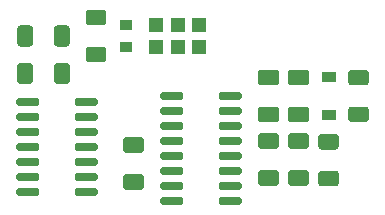
<source format=gbr>
%TF.GenerationSoftware,KiCad,Pcbnew,(5.1.9)-1*%
%TF.CreationDate,2021-11-14T21:39:45-06:00*%
%TF.ProjectId,BLDC_Cont,424c4443-5f43-46f6-9e74-2e6b69636164,rev?*%
%TF.SameCoordinates,Original*%
%TF.FileFunction,Paste,Top*%
%TF.FilePolarity,Positive*%
%FSLAX46Y46*%
G04 Gerber Fmt 4.6, Leading zero omitted, Abs format (unit mm)*
G04 Created by KiCad (PCBNEW (5.1.9)-1) date 2021-11-14 21:39:45*
%MOMM*%
%LPD*%
G01*
G04 APERTURE LIST*
%ADD10R,1.000000X0.950000*%
%ADD11R,1.200000X1.300000*%
%ADD12R,1.200000X0.900000*%
G04 APERTURE END LIST*
D10*
%TO.C,D3*%
X163855000Y-108920000D03*
X163855000Y-106980000D03*
D11*
X166405000Y-108850000D03*
X168205000Y-108850000D03*
X166405000Y-107050000D03*
X168205000Y-107050000D03*
X170005000Y-108850000D03*
X170005000Y-107050000D03*
%TD*%
%TO.C,C1*%
G36*
G01*
X163814997Y-116520000D02*
X165115003Y-116520000D01*
G75*
G02*
X165365000Y-116769997I0J-249997D01*
G01*
X165365000Y-117595003D01*
G75*
G02*
X165115003Y-117845000I-249997J0D01*
G01*
X163814997Y-117845000D01*
G75*
G02*
X163565000Y-117595003I0J249997D01*
G01*
X163565000Y-116769997D01*
G75*
G02*
X163814997Y-116520000I249997J0D01*
G01*
G37*
G36*
G01*
X163814997Y-119645000D02*
X165115003Y-119645000D01*
G75*
G02*
X165365000Y-119894997I0J-249997D01*
G01*
X165365000Y-120720003D01*
G75*
G02*
X165115003Y-120970000I-249997J0D01*
G01*
X163814997Y-120970000D01*
G75*
G02*
X163565000Y-120720003I0J249997D01*
G01*
X163565000Y-119894997D01*
G75*
G02*
X163814997Y-119645000I249997J0D01*
G01*
G37*
%TD*%
%TO.C,C2*%
G36*
G01*
X175244997Y-119302500D02*
X176545003Y-119302500D01*
G75*
G02*
X176795000Y-119552497I0J-249997D01*
G01*
X176795000Y-120377503D01*
G75*
G02*
X176545003Y-120627500I-249997J0D01*
G01*
X175244997Y-120627500D01*
G75*
G02*
X174995000Y-120377503I0J249997D01*
G01*
X174995000Y-119552497D01*
G75*
G02*
X175244997Y-119302500I249997J0D01*
G01*
G37*
G36*
G01*
X175244997Y-116177500D02*
X176545003Y-116177500D01*
G75*
G02*
X176795000Y-116427497I0J-249997D01*
G01*
X176795000Y-117252503D01*
G75*
G02*
X176545003Y-117502500I-249997J0D01*
G01*
X175244997Y-117502500D01*
G75*
G02*
X174995000Y-117252503I0J249997D01*
G01*
X174995000Y-116427497D01*
G75*
G02*
X175244997Y-116177500I249997J0D01*
G01*
G37*
%TD*%
%TO.C,C3*%
G36*
G01*
X177784997Y-116177500D02*
X179085003Y-116177500D01*
G75*
G02*
X179335000Y-116427497I0J-249997D01*
G01*
X179335000Y-117252503D01*
G75*
G02*
X179085003Y-117502500I-249997J0D01*
G01*
X177784997Y-117502500D01*
G75*
G02*
X177535000Y-117252503I0J249997D01*
G01*
X177535000Y-116427497D01*
G75*
G02*
X177784997Y-116177500I249997J0D01*
G01*
G37*
G36*
G01*
X177784997Y-119302500D02*
X179085003Y-119302500D01*
G75*
G02*
X179335000Y-119552497I0J-249997D01*
G01*
X179335000Y-120377503D01*
G75*
G02*
X179085003Y-120627500I-249997J0D01*
G01*
X177784997Y-120627500D01*
G75*
G02*
X177535000Y-120377503I0J249997D01*
G01*
X177535000Y-119552497D01*
G75*
G02*
X177784997Y-119302500I249997J0D01*
G01*
G37*
%TD*%
%TO.C,C4*%
G36*
G01*
X175244997Y-113930000D02*
X176545003Y-113930000D01*
G75*
G02*
X176795000Y-114179997I0J-249997D01*
G01*
X176795000Y-115005003D01*
G75*
G02*
X176545003Y-115255000I-249997J0D01*
G01*
X175244997Y-115255000D01*
G75*
G02*
X174995000Y-115005003I0J249997D01*
G01*
X174995000Y-114179997D01*
G75*
G02*
X175244997Y-113930000I249997J0D01*
G01*
G37*
G36*
G01*
X175244997Y-110805000D02*
X176545003Y-110805000D01*
G75*
G02*
X176795000Y-111054997I0J-249997D01*
G01*
X176795000Y-111880003D01*
G75*
G02*
X176545003Y-112130000I-249997J0D01*
G01*
X175244997Y-112130000D01*
G75*
G02*
X174995000Y-111880003I0J249997D01*
G01*
X174995000Y-111054997D01*
G75*
G02*
X175244997Y-110805000I249997J0D01*
G01*
G37*
%TD*%
%TO.C,C5*%
G36*
G01*
X177784997Y-110805000D02*
X179085003Y-110805000D01*
G75*
G02*
X179335000Y-111054997I0J-249997D01*
G01*
X179335000Y-111880003D01*
G75*
G02*
X179085003Y-112130000I-249997J0D01*
G01*
X177784997Y-112130000D01*
G75*
G02*
X177535000Y-111880003I0J249997D01*
G01*
X177535000Y-111054997D01*
G75*
G02*
X177784997Y-110805000I249997J0D01*
G01*
G37*
G36*
G01*
X177784997Y-113930000D02*
X179085003Y-113930000D01*
G75*
G02*
X179335000Y-114179997I0J-249997D01*
G01*
X179335000Y-115005003D01*
G75*
G02*
X179085003Y-115255000I-249997J0D01*
G01*
X177784997Y-115255000D01*
G75*
G02*
X177535000Y-115005003I0J249997D01*
G01*
X177535000Y-114179997D01*
G75*
G02*
X177784997Y-113930000I249997J0D01*
G01*
G37*
%TD*%
D12*
%TO.C,D4*%
X180975000Y-111380000D03*
X180975000Y-114680000D03*
%TD*%
%TO.C,R3*%
G36*
G01*
X160664999Y-108850000D02*
X161915001Y-108850000D01*
G75*
G02*
X162165000Y-109099999I0J-249999D01*
G01*
X162165000Y-109900001D01*
G75*
G02*
X161915001Y-110150000I-249999J0D01*
G01*
X160664999Y-110150000D01*
G75*
G02*
X160415000Y-109900001I0J249999D01*
G01*
X160415000Y-109099999D01*
G75*
G02*
X160664999Y-108850000I249999J0D01*
G01*
G37*
G36*
G01*
X160664999Y-105750000D02*
X161915001Y-105750000D01*
G75*
G02*
X162165000Y-105999999I0J-249999D01*
G01*
X162165000Y-106800001D01*
G75*
G02*
X161915001Y-107050000I-249999J0D01*
G01*
X160664999Y-107050000D01*
G75*
G02*
X160415000Y-106800001I0J249999D01*
G01*
X160415000Y-105999999D01*
G75*
G02*
X160664999Y-105750000I249999J0D01*
G01*
G37*
%TD*%
%TO.C,R4*%
G36*
G01*
X182889999Y-110830000D02*
X184140001Y-110830000D01*
G75*
G02*
X184390000Y-111079999I0J-249999D01*
G01*
X184390000Y-111880001D01*
G75*
G02*
X184140001Y-112130000I-249999J0D01*
G01*
X182889999Y-112130000D01*
G75*
G02*
X182640000Y-111880001I0J249999D01*
G01*
X182640000Y-111079999D01*
G75*
G02*
X182889999Y-110830000I249999J0D01*
G01*
G37*
G36*
G01*
X182889999Y-113930000D02*
X184140001Y-113930000D01*
G75*
G02*
X184390000Y-114179999I0J-249999D01*
G01*
X184390000Y-114980001D01*
G75*
G02*
X184140001Y-115230000I-249999J0D01*
G01*
X182889999Y-115230000D01*
G75*
G02*
X182640000Y-114980001I0J249999D01*
G01*
X182640000Y-114179999D01*
G75*
G02*
X182889999Y-113930000I249999J0D01*
G01*
G37*
%TD*%
%TO.C,R5*%
G36*
G01*
X180349999Y-116265000D02*
X181600001Y-116265000D01*
G75*
G02*
X181850000Y-116514999I0J-249999D01*
G01*
X181850000Y-117315001D01*
G75*
G02*
X181600001Y-117565000I-249999J0D01*
G01*
X180349999Y-117565000D01*
G75*
G02*
X180100000Y-117315001I0J249999D01*
G01*
X180100000Y-116514999D01*
G75*
G02*
X180349999Y-116265000I249999J0D01*
G01*
G37*
G36*
G01*
X180349999Y-119365000D02*
X181600001Y-119365000D01*
G75*
G02*
X181850000Y-119614999I0J-249999D01*
G01*
X181850000Y-120415001D01*
G75*
G02*
X181600001Y-120665000I-249999J0D01*
G01*
X180349999Y-120665000D01*
G75*
G02*
X180100000Y-120415001I0J249999D01*
G01*
X180100000Y-119614999D01*
G75*
G02*
X180349999Y-119365000I249999J0D01*
G01*
G37*
%TD*%
%TO.C,U1*%
G36*
G01*
X166730000Y-113180000D02*
X166730000Y-112880000D01*
G75*
G02*
X166880000Y-112730000I150000J0D01*
G01*
X168530000Y-112730000D01*
G75*
G02*
X168680000Y-112880000I0J-150000D01*
G01*
X168680000Y-113180000D01*
G75*
G02*
X168530000Y-113330000I-150000J0D01*
G01*
X166880000Y-113330000D01*
G75*
G02*
X166730000Y-113180000I0J150000D01*
G01*
G37*
G36*
G01*
X166730000Y-114450000D02*
X166730000Y-114150000D01*
G75*
G02*
X166880000Y-114000000I150000J0D01*
G01*
X168530000Y-114000000D01*
G75*
G02*
X168680000Y-114150000I0J-150000D01*
G01*
X168680000Y-114450000D01*
G75*
G02*
X168530000Y-114600000I-150000J0D01*
G01*
X166880000Y-114600000D01*
G75*
G02*
X166730000Y-114450000I0J150000D01*
G01*
G37*
G36*
G01*
X166730000Y-115720000D02*
X166730000Y-115420000D01*
G75*
G02*
X166880000Y-115270000I150000J0D01*
G01*
X168530000Y-115270000D01*
G75*
G02*
X168680000Y-115420000I0J-150000D01*
G01*
X168680000Y-115720000D01*
G75*
G02*
X168530000Y-115870000I-150000J0D01*
G01*
X166880000Y-115870000D01*
G75*
G02*
X166730000Y-115720000I0J150000D01*
G01*
G37*
G36*
G01*
X166730000Y-116990000D02*
X166730000Y-116690000D01*
G75*
G02*
X166880000Y-116540000I150000J0D01*
G01*
X168530000Y-116540000D01*
G75*
G02*
X168680000Y-116690000I0J-150000D01*
G01*
X168680000Y-116990000D01*
G75*
G02*
X168530000Y-117140000I-150000J0D01*
G01*
X166880000Y-117140000D01*
G75*
G02*
X166730000Y-116990000I0J150000D01*
G01*
G37*
G36*
G01*
X166730000Y-118260000D02*
X166730000Y-117960000D01*
G75*
G02*
X166880000Y-117810000I150000J0D01*
G01*
X168530000Y-117810000D01*
G75*
G02*
X168680000Y-117960000I0J-150000D01*
G01*
X168680000Y-118260000D01*
G75*
G02*
X168530000Y-118410000I-150000J0D01*
G01*
X166880000Y-118410000D01*
G75*
G02*
X166730000Y-118260000I0J150000D01*
G01*
G37*
G36*
G01*
X166730000Y-119530000D02*
X166730000Y-119230000D01*
G75*
G02*
X166880000Y-119080000I150000J0D01*
G01*
X168530000Y-119080000D01*
G75*
G02*
X168680000Y-119230000I0J-150000D01*
G01*
X168680000Y-119530000D01*
G75*
G02*
X168530000Y-119680000I-150000J0D01*
G01*
X166880000Y-119680000D01*
G75*
G02*
X166730000Y-119530000I0J150000D01*
G01*
G37*
G36*
G01*
X166730000Y-120800000D02*
X166730000Y-120500000D01*
G75*
G02*
X166880000Y-120350000I150000J0D01*
G01*
X168530000Y-120350000D01*
G75*
G02*
X168680000Y-120500000I0J-150000D01*
G01*
X168680000Y-120800000D01*
G75*
G02*
X168530000Y-120950000I-150000J0D01*
G01*
X166880000Y-120950000D01*
G75*
G02*
X166730000Y-120800000I0J150000D01*
G01*
G37*
G36*
G01*
X166730000Y-122070000D02*
X166730000Y-121770000D01*
G75*
G02*
X166880000Y-121620000I150000J0D01*
G01*
X168530000Y-121620000D01*
G75*
G02*
X168680000Y-121770000I0J-150000D01*
G01*
X168680000Y-122070000D01*
G75*
G02*
X168530000Y-122220000I-150000J0D01*
G01*
X166880000Y-122220000D01*
G75*
G02*
X166730000Y-122070000I0J150000D01*
G01*
G37*
G36*
G01*
X171680000Y-122070000D02*
X171680000Y-121770000D01*
G75*
G02*
X171830000Y-121620000I150000J0D01*
G01*
X173480000Y-121620000D01*
G75*
G02*
X173630000Y-121770000I0J-150000D01*
G01*
X173630000Y-122070000D01*
G75*
G02*
X173480000Y-122220000I-150000J0D01*
G01*
X171830000Y-122220000D01*
G75*
G02*
X171680000Y-122070000I0J150000D01*
G01*
G37*
G36*
G01*
X171680000Y-120800000D02*
X171680000Y-120500000D01*
G75*
G02*
X171830000Y-120350000I150000J0D01*
G01*
X173480000Y-120350000D01*
G75*
G02*
X173630000Y-120500000I0J-150000D01*
G01*
X173630000Y-120800000D01*
G75*
G02*
X173480000Y-120950000I-150000J0D01*
G01*
X171830000Y-120950000D01*
G75*
G02*
X171680000Y-120800000I0J150000D01*
G01*
G37*
G36*
G01*
X171680000Y-119530000D02*
X171680000Y-119230000D01*
G75*
G02*
X171830000Y-119080000I150000J0D01*
G01*
X173480000Y-119080000D01*
G75*
G02*
X173630000Y-119230000I0J-150000D01*
G01*
X173630000Y-119530000D01*
G75*
G02*
X173480000Y-119680000I-150000J0D01*
G01*
X171830000Y-119680000D01*
G75*
G02*
X171680000Y-119530000I0J150000D01*
G01*
G37*
G36*
G01*
X171680000Y-118260000D02*
X171680000Y-117960000D01*
G75*
G02*
X171830000Y-117810000I150000J0D01*
G01*
X173480000Y-117810000D01*
G75*
G02*
X173630000Y-117960000I0J-150000D01*
G01*
X173630000Y-118260000D01*
G75*
G02*
X173480000Y-118410000I-150000J0D01*
G01*
X171830000Y-118410000D01*
G75*
G02*
X171680000Y-118260000I0J150000D01*
G01*
G37*
G36*
G01*
X171680000Y-116990000D02*
X171680000Y-116690000D01*
G75*
G02*
X171830000Y-116540000I150000J0D01*
G01*
X173480000Y-116540000D01*
G75*
G02*
X173630000Y-116690000I0J-150000D01*
G01*
X173630000Y-116990000D01*
G75*
G02*
X173480000Y-117140000I-150000J0D01*
G01*
X171830000Y-117140000D01*
G75*
G02*
X171680000Y-116990000I0J150000D01*
G01*
G37*
G36*
G01*
X171680000Y-115720000D02*
X171680000Y-115420000D01*
G75*
G02*
X171830000Y-115270000I150000J0D01*
G01*
X173480000Y-115270000D01*
G75*
G02*
X173630000Y-115420000I0J-150000D01*
G01*
X173630000Y-115720000D01*
G75*
G02*
X173480000Y-115870000I-150000J0D01*
G01*
X171830000Y-115870000D01*
G75*
G02*
X171680000Y-115720000I0J150000D01*
G01*
G37*
G36*
G01*
X171680000Y-114450000D02*
X171680000Y-114150000D01*
G75*
G02*
X171830000Y-114000000I150000J0D01*
G01*
X173480000Y-114000000D01*
G75*
G02*
X173630000Y-114150000I0J-150000D01*
G01*
X173630000Y-114450000D01*
G75*
G02*
X173480000Y-114600000I-150000J0D01*
G01*
X171830000Y-114600000D01*
G75*
G02*
X171680000Y-114450000I0J150000D01*
G01*
G37*
G36*
G01*
X171680000Y-113180000D02*
X171680000Y-112880000D01*
G75*
G02*
X171830000Y-112730000I150000J0D01*
G01*
X173480000Y-112730000D01*
G75*
G02*
X173630000Y-112880000I0J-150000D01*
G01*
X173630000Y-113180000D01*
G75*
G02*
X173480000Y-113330000I-150000J0D01*
G01*
X171830000Y-113330000D01*
G75*
G02*
X171680000Y-113180000I0J150000D01*
G01*
G37*
%TD*%
%TO.C,C8*%
G36*
G01*
X155945000Y-107299999D02*
X155945000Y-108600001D01*
G75*
G02*
X155695001Y-108850000I-249999J0D01*
G01*
X154869999Y-108850000D01*
G75*
G02*
X154620000Y-108600001I0J249999D01*
G01*
X154620000Y-107299999D01*
G75*
G02*
X154869999Y-107050000I249999J0D01*
G01*
X155695001Y-107050000D01*
G75*
G02*
X155945000Y-107299999I0J-249999D01*
G01*
G37*
G36*
G01*
X159070000Y-107299999D02*
X159070000Y-108600001D01*
G75*
G02*
X158820001Y-108850000I-249999J0D01*
G01*
X157994999Y-108850000D01*
G75*
G02*
X157745000Y-108600001I0J249999D01*
G01*
X157745000Y-107299999D01*
G75*
G02*
X157994999Y-107050000I249999J0D01*
G01*
X158820001Y-107050000D01*
G75*
G02*
X159070000Y-107299999I0J-249999D01*
G01*
G37*
%TD*%
%TO.C,C9*%
G36*
G01*
X159070000Y-110474999D02*
X159070000Y-111775001D01*
G75*
G02*
X158820001Y-112025000I-249999J0D01*
G01*
X157994999Y-112025000D01*
G75*
G02*
X157745000Y-111775001I0J249999D01*
G01*
X157745000Y-110474999D01*
G75*
G02*
X157994999Y-110225000I249999J0D01*
G01*
X158820001Y-110225000D01*
G75*
G02*
X159070000Y-110474999I0J-249999D01*
G01*
G37*
G36*
G01*
X155945000Y-110474999D02*
X155945000Y-111775001D01*
G75*
G02*
X155695001Y-112025000I-249999J0D01*
G01*
X154869999Y-112025000D01*
G75*
G02*
X154620000Y-111775001I0J249999D01*
G01*
X154620000Y-110474999D01*
G75*
G02*
X154869999Y-110225000I249999J0D01*
G01*
X155695001Y-110225000D01*
G75*
G02*
X155945000Y-110474999I0J-249999D01*
G01*
G37*
%TD*%
%TO.C,U2*%
G36*
G01*
X154538000Y-113688000D02*
X154538000Y-113388000D01*
G75*
G02*
X154688000Y-113238000I150000J0D01*
G01*
X156338000Y-113238000D01*
G75*
G02*
X156488000Y-113388000I0J-150000D01*
G01*
X156488000Y-113688000D01*
G75*
G02*
X156338000Y-113838000I-150000J0D01*
G01*
X154688000Y-113838000D01*
G75*
G02*
X154538000Y-113688000I0J150000D01*
G01*
G37*
G36*
G01*
X154538000Y-114958000D02*
X154538000Y-114658000D01*
G75*
G02*
X154688000Y-114508000I150000J0D01*
G01*
X156338000Y-114508000D01*
G75*
G02*
X156488000Y-114658000I0J-150000D01*
G01*
X156488000Y-114958000D01*
G75*
G02*
X156338000Y-115108000I-150000J0D01*
G01*
X154688000Y-115108000D01*
G75*
G02*
X154538000Y-114958000I0J150000D01*
G01*
G37*
G36*
G01*
X154538000Y-116228000D02*
X154538000Y-115928000D01*
G75*
G02*
X154688000Y-115778000I150000J0D01*
G01*
X156338000Y-115778000D01*
G75*
G02*
X156488000Y-115928000I0J-150000D01*
G01*
X156488000Y-116228000D01*
G75*
G02*
X156338000Y-116378000I-150000J0D01*
G01*
X154688000Y-116378000D01*
G75*
G02*
X154538000Y-116228000I0J150000D01*
G01*
G37*
G36*
G01*
X154538000Y-117498000D02*
X154538000Y-117198000D01*
G75*
G02*
X154688000Y-117048000I150000J0D01*
G01*
X156338000Y-117048000D01*
G75*
G02*
X156488000Y-117198000I0J-150000D01*
G01*
X156488000Y-117498000D01*
G75*
G02*
X156338000Y-117648000I-150000J0D01*
G01*
X154688000Y-117648000D01*
G75*
G02*
X154538000Y-117498000I0J150000D01*
G01*
G37*
G36*
G01*
X154538000Y-118768000D02*
X154538000Y-118468000D01*
G75*
G02*
X154688000Y-118318000I150000J0D01*
G01*
X156338000Y-118318000D01*
G75*
G02*
X156488000Y-118468000I0J-150000D01*
G01*
X156488000Y-118768000D01*
G75*
G02*
X156338000Y-118918000I-150000J0D01*
G01*
X154688000Y-118918000D01*
G75*
G02*
X154538000Y-118768000I0J150000D01*
G01*
G37*
G36*
G01*
X154538000Y-120038000D02*
X154538000Y-119738000D01*
G75*
G02*
X154688000Y-119588000I150000J0D01*
G01*
X156338000Y-119588000D01*
G75*
G02*
X156488000Y-119738000I0J-150000D01*
G01*
X156488000Y-120038000D01*
G75*
G02*
X156338000Y-120188000I-150000J0D01*
G01*
X154688000Y-120188000D01*
G75*
G02*
X154538000Y-120038000I0J150000D01*
G01*
G37*
G36*
G01*
X154538000Y-121308000D02*
X154538000Y-121008000D01*
G75*
G02*
X154688000Y-120858000I150000J0D01*
G01*
X156338000Y-120858000D01*
G75*
G02*
X156488000Y-121008000I0J-150000D01*
G01*
X156488000Y-121308000D01*
G75*
G02*
X156338000Y-121458000I-150000J0D01*
G01*
X154688000Y-121458000D01*
G75*
G02*
X154538000Y-121308000I0J150000D01*
G01*
G37*
G36*
G01*
X159488000Y-121308000D02*
X159488000Y-121008000D01*
G75*
G02*
X159638000Y-120858000I150000J0D01*
G01*
X161288000Y-120858000D01*
G75*
G02*
X161438000Y-121008000I0J-150000D01*
G01*
X161438000Y-121308000D01*
G75*
G02*
X161288000Y-121458000I-150000J0D01*
G01*
X159638000Y-121458000D01*
G75*
G02*
X159488000Y-121308000I0J150000D01*
G01*
G37*
G36*
G01*
X159488000Y-120038000D02*
X159488000Y-119738000D01*
G75*
G02*
X159638000Y-119588000I150000J0D01*
G01*
X161288000Y-119588000D01*
G75*
G02*
X161438000Y-119738000I0J-150000D01*
G01*
X161438000Y-120038000D01*
G75*
G02*
X161288000Y-120188000I-150000J0D01*
G01*
X159638000Y-120188000D01*
G75*
G02*
X159488000Y-120038000I0J150000D01*
G01*
G37*
G36*
G01*
X159488000Y-118768000D02*
X159488000Y-118468000D01*
G75*
G02*
X159638000Y-118318000I150000J0D01*
G01*
X161288000Y-118318000D01*
G75*
G02*
X161438000Y-118468000I0J-150000D01*
G01*
X161438000Y-118768000D01*
G75*
G02*
X161288000Y-118918000I-150000J0D01*
G01*
X159638000Y-118918000D01*
G75*
G02*
X159488000Y-118768000I0J150000D01*
G01*
G37*
G36*
G01*
X159488000Y-117498000D02*
X159488000Y-117198000D01*
G75*
G02*
X159638000Y-117048000I150000J0D01*
G01*
X161288000Y-117048000D01*
G75*
G02*
X161438000Y-117198000I0J-150000D01*
G01*
X161438000Y-117498000D01*
G75*
G02*
X161288000Y-117648000I-150000J0D01*
G01*
X159638000Y-117648000D01*
G75*
G02*
X159488000Y-117498000I0J150000D01*
G01*
G37*
G36*
G01*
X159488000Y-116228000D02*
X159488000Y-115928000D01*
G75*
G02*
X159638000Y-115778000I150000J0D01*
G01*
X161288000Y-115778000D01*
G75*
G02*
X161438000Y-115928000I0J-150000D01*
G01*
X161438000Y-116228000D01*
G75*
G02*
X161288000Y-116378000I-150000J0D01*
G01*
X159638000Y-116378000D01*
G75*
G02*
X159488000Y-116228000I0J150000D01*
G01*
G37*
G36*
G01*
X159488000Y-114958000D02*
X159488000Y-114658000D01*
G75*
G02*
X159638000Y-114508000I150000J0D01*
G01*
X161288000Y-114508000D01*
G75*
G02*
X161438000Y-114658000I0J-150000D01*
G01*
X161438000Y-114958000D01*
G75*
G02*
X161288000Y-115108000I-150000J0D01*
G01*
X159638000Y-115108000D01*
G75*
G02*
X159488000Y-114958000I0J150000D01*
G01*
G37*
G36*
G01*
X159488000Y-113688000D02*
X159488000Y-113388000D01*
G75*
G02*
X159638000Y-113238000I150000J0D01*
G01*
X161288000Y-113238000D01*
G75*
G02*
X161438000Y-113388000I0J-150000D01*
G01*
X161438000Y-113688000D01*
G75*
G02*
X161288000Y-113838000I-150000J0D01*
G01*
X159638000Y-113838000D01*
G75*
G02*
X159488000Y-113688000I0J150000D01*
G01*
G37*
%TD*%
M02*

</source>
